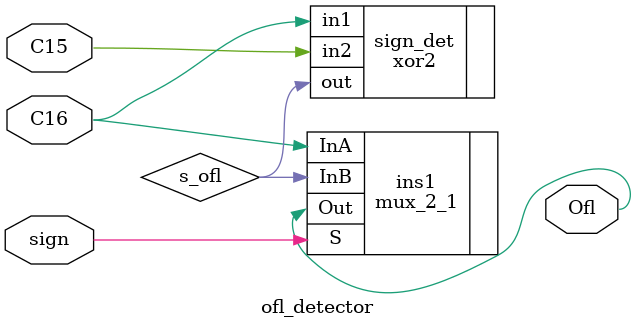
<source format=v>
module ofl_detector(sign, C15, C16, Ofl);

input sign, C15, C16;
output Ofl;

wire s_ofl;

xor2 sign_det(.in1(C16),.in2(C15),.out(s_ofl));

mux_2_1  ins1(.InA(C16),.InB(s_ofl),.S(sign),.Out(Ofl));//unsigned ofl==C16, signed ofl==s_ofl

endmodule 

</source>
